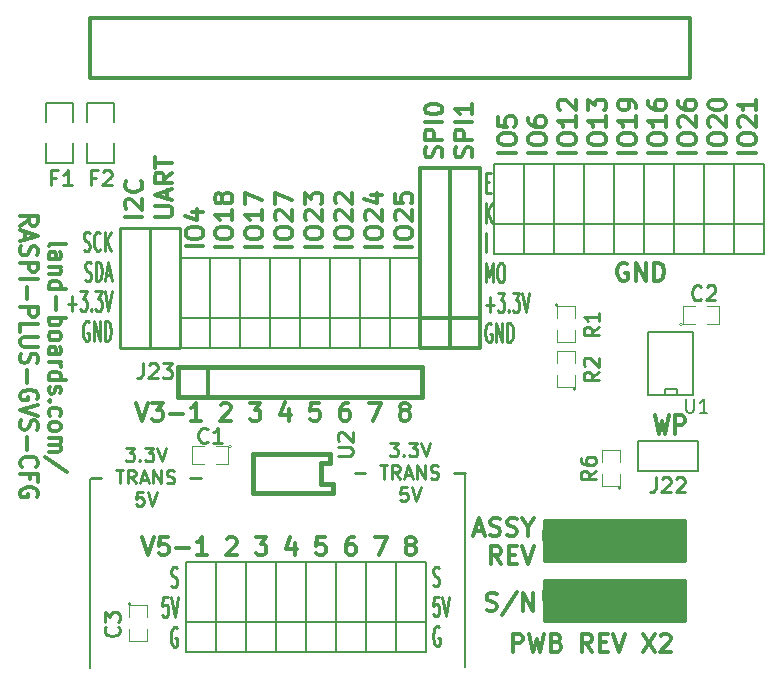
<source format=gto>
G04 (created by PCBNEW (2013-04-19 BZR 4011)-stable) date 25/09/2014 12:53:23*
%MOIN*%
G04 Gerber Fmt 3.4, Leading zero omitted, Abs format*
%FSLAX34Y34*%
G01*
G70*
G90*
G04 APERTURE LIST*
%ADD10C,0*%
%ADD11C,0.00875*%
%ADD12C,0.011811*%
%ADD13C,0.00787402*%
%ADD14C,0.01125*%
%ADD15C,0.012*%
%ADD16C,0.01*%
%ADD17C,0.006*%
%ADD18C,0.005*%
%ADD19C,0.025*%
%ADD20C,0.015*%
%ADD21C,0.0039*%
G04 APERTURE END LIST*
G54D10*
G54D11*
X43537Y-23567D02*
X43654Y-23567D01*
X43704Y-23907D02*
X43537Y-23907D01*
X43537Y-23257D01*
X43704Y-23257D01*
X43537Y-24905D02*
X43537Y-24255D01*
X43737Y-24905D02*
X43587Y-24533D01*
X43737Y-24255D02*
X43537Y-24626D01*
X43537Y-25902D02*
X43537Y-25252D01*
X43537Y-26900D02*
X43537Y-26250D01*
X43654Y-26714D01*
X43770Y-26250D01*
X43770Y-26900D01*
X44004Y-26250D02*
X44070Y-26250D01*
X44104Y-26281D01*
X44137Y-26342D01*
X44154Y-26466D01*
X44154Y-26683D01*
X44137Y-26807D01*
X44104Y-26869D01*
X44070Y-26900D01*
X44004Y-26900D01*
X43970Y-26869D01*
X43937Y-26807D01*
X43920Y-26683D01*
X43920Y-26466D01*
X43937Y-26342D01*
X43970Y-26281D01*
X44004Y-26250D01*
X43537Y-27649D02*
X43804Y-27649D01*
X43670Y-27897D02*
X43670Y-27402D01*
X43937Y-27247D02*
X44154Y-27247D01*
X44037Y-27495D01*
X44087Y-27495D01*
X44120Y-27526D01*
X44137Y-27557D01*
X44154Y-27619D01*
X44154Y-27773D01*
X44137Y-27835D01*
X44120Y-27866D01*
X44087Y-27897D01*
X43987Y-27897D01*
X43954Y-27866D01*
X43937Y-27835D01*
X44304Y-27835D02*
X44320Y-27866D01*
X44304Y-27897D01*
X44287Y-27866D01*
X44304Y-27835D01*
X44304Y-27897D01*
X44437Y-27247D02*
X44654Y-27247D01*
X44537Y-27495D01*
X44587Y-27495D01*
X44620Y-27526D01*
X44637Y-27557D01*
X44654Y-27619D01*
X44654Y-27773D01*
X44637Y-27835D01*
X44620Y-27866D01*
X44587Y-27897D01*
X44487Y-27897D01*
X44454Y-27866D01*
X44437Y-27835D01*
X44754Y-27247D02*
X44870Y-27897D01*
X44987Y-27247D01*
X43720Y-28276D02*
X43687Y-28245D01*
X43637Y-28245D01*
X43587Y-28276D01*
X43554Y-28337D01*
X43537Y-28399D01*
X43520Y-28523D01*
X43520Y-28616D01*
X43537Y-28740D01*
X43554Y-28802D01*
X43587Y-28864D01*
X43637Y-28895D01*
X43670Y-28895D01*
X43720Y-28864D01*
X43737Y-28833D01*
X43737Y-28616D01*
X43670Y-28616D01*
X43887Y-28895D02*
X43887Y-28245D01*
X44087Y-28895D01*
X44087Y-28245D01*
X44254Y-28895D02*
X44254Y-28245D01*
X44337Y-28245D01*
X44387Y-28276D01*
X44420Y-28337D01*
X44437Y-28399D01*
X44454Y-28523D01*
X44454Y-28616D01*
X44437Y-28740D01*
X44420Y-28802D01*
X44387Y-28864D01*
X44337Y-28895D01*
X44254Y-28895D01*
G54D12*
X48249Y-26276D02*
X48193Y-26248D01*
X48109Y-26248D01*
X48024Y-26276D01*
X47968Y-26332D01*
X47940Y-26389D01*
X47912Y-26501D01*
X47912Y-26585D01*
X47940Y-26698D01*
X47968Y-26754D01*
X48024Y-26810D01*
X48109Y-26839D01*
X48165Y-26839D01*
X48249Y-26810D01*
X48278Y-26782D01*
X48278Y-26585D01*
X48165Y-26585D01*
X48531Y-26839D02*
X48531Y-26248D01*
X48868Y-26839D01*
X48868Y-26248D01*
X49149Y-26839D02*
X49149Y-26248D01*
X49290Y-26248D01*
X49374Y-26276D01*
X49431Y-26332D01*
X49459Y-26389D01*
X49487Y-26501D01*
X49487Y-26585D01*
X49459Y-26698D01*
X49431Y-26754D01*
X49374Y-26810D01*
X49290Y-26839D01*
X49149Y-26839D01*
X32083Y-35398D02*
X32276Y-35989D01*
X32469Y-35398D01*
X32939Y-35398D02*
X32663Y-35398D01*
X32635Y-35679D01*
X32663Y-35651D01*
X32718Y-35623D01*
X32856Y-35623D01*
X32911Y-35651D01*
X32939Y-35679D01*
X32967Y-35735D01*
X32967Y-35876D01*
X32939Y-35932D01*
X32911Y-35960D01*
X32856Y-35989D01*
X32718Y-35989D01*
X32663Y-35960D01*
X32635Y-35932D01*
X33215Y-35764D02*
X33657Y-35764D01*
X34237Y-35989D02*
X33906Y-35989D01*
X34071Y-35989D02*
X34071Y-35398D01*
X34016Y-35482D01*
X33961Y-35539D01*
X33906Y-35567D01*
X34900Y-35454D02*
X34928Y-35426D01*
X34983Y-35398D01*
X35121Y-35398D01*
X35176Y-35426D01*
X35204Y-35454D01*
X35231Y-35510D01*
X35231Y-35567D01*
X35204Y-35651D01*
X34872Y-35989D01*
X35231Y-35989D01*
X35867Y-35398D02*
X36226Y-35398D01*
X36032Y-35623D01*
X36115Y-35623D01*
X36170Y-35651D01*
X36198Y-35679D01*
X36226Y-35735D01*
X36226Y-35876D01*
X36198Y-35932D01*
X36170Y-35960D01*
X36115Y-35989D01*
X35949Y-35989D01*
X35894Y-35960D01*
X35867Y-35932D01*
X37165Y-35595D02*
X37165Y-35989D01*
X37027Y-35370D02*
X36889Y-35792D01*
X37248Y-35792D01*
X38187Y-35398D02*
X37910Y-35398D01*
X37883Y-35679D01*
X37910Y-35651D01*
X37966Y-35623D01*
X38104Y-35623D01*
X38159Y-35651D01*
X38187Y-35679D01*
X38214Y-35735D01*
X38214Y-35876D01*
X38187Y-35932D01*
X38159Y-35960D01*
X38104Y-35989D01*
X37966Y-35989D01*
X37910Y-35960D01*
X37883Y-35932D01*
X39153Y-35398D02*
X39043Y-35398D01*
X38988Y-35426D01*
X38960Y-35454D01*
X38905Y-35539D01*
X38877Y-35651D01*
X38877Y-35876D01*
X38905Y-35932D01*
X38932Y-35960D01*
X38988Y-35989D01*
X39098Y-35989D01*
X39153Y-35960D01*
X39181Y-35932D01*
X39209Y-35876D01*
X39209Y-35735D01*
X39181Y-35679D01*
X39153Y-35651D01*
X39098Y-35623D01*
X38988Y-35623D01*
X38932Y-35651D01*
X38905Y-35679D01*
X38877Y-35735D01*
X39844Y-35398D02*
X40230Y-35398D01*
X39982Y-35989D01*
X40976Y-35651D02*
X40921Y-35623D01*
X40893Y-35595D01*
X40866Y-35539D01*
X40866Y-35510D01*
X40893Y-35454D01*
X40921Y-35426D01*
X40976Y-35398D01*
X41087Y-35398D01*
X41142Y-35426D01*
X41170Y-35454D01*
X41197Y-35510D01*
X41197Y-35539D01*
X41170Y-35595D01*
X41142Y-35623D01*
X41087Y-35651D01*
X40976Y-35651D01*
X40921Y-35679D01*
X40893Y-35707D01*
X40866Y-35764D01*
X40866Y-35876D01*
X40893Y-35932D01*
X40921Y-35960D01*
X40976Y-35989D01*
X41087Y-35989D01*
X41142Y-35960D01*
X41170Y-35932D01*
X41197Y-35876D01*
X41197Y-35764D01*
X41170Y-35707D01*
X41142Y-35679D01*
X41087Y-35651D01*
G54D13*
X30359Y-33436D02*
X30359Y-39736D01*
G54D14*
X40334Y-32248D02*
X40613Y-32248D01*
X40463Y-32420D01*
X40527Y-32420D01*
X40570Y-32441D01*
X40591Y-32462D01*
X40613Y-32505D01*
X40613Y-32612D01*
X40591Y-32655D01*
X40570Y-32677D01*
X40527Y-32698D01*
X40399Y-32698D01*
X40356Y-32677D01*
X40334Y-32655D01*
X40806Y-32655D02*
X40827Y-32677D01*
X40806Y-32698D01*
X40784Y-32677D01*
X40806Y-32655D01*
X40806Y-32698D01*
X40977Y-32248D02*
X41256Y-32248D01*
X41106Y-32420D01*
X41170Y-32420D01*
X41213Y-32441D01*
X41234Y-32462D01*
X41256Y-32505D01*
X41256Y-32612D01*
X41234Y-32655D01*
X41213Y-32677D01*
X41170Y-32698D01*
X41041Y-32698D01*
X40999Y-32677D01*
X40977Y-32655D01*
X41384Y-32248D02*
X41534Y-32698D01*
X41684Y-32248D01*
X39166Y-33269D02*
X39509Y-33269D01*
X40002Y-32991D02*
X40259Y-32991D01*
X40131Y-33441D02*
X40131Y-32991D01*
X40666Y-33441D02*
X40516Y-33226D01*
X40409Y-33441D02*
X40409Y-32991D01*
X40581Y-32991D01*
X40624Y-33012D01*
X40645Y-33034D01*
X40666Y-33076D01*
X40666Y-33141D01*
X40645Y-33184D01*
X40624Y-33205D01*
X40581Y-33226D01*
X40409Y-33226D01*
X40838Y-33312D02*
X41052Y-33312D01*
X40795Y-33441D02*
X40945Y-32991D01*
X41095Y-33441D01*
X41245Y-33441D02*
X41245Y-32991D01*
X41502Y-33441D01*
X41502Y-32991D01*
X41695Y-33419D02*
X41759Y-33441D01*
X41866Y-33441D01*
X41909Y-33419D01*
X41931Y-33398D01*
X41952Y-33355D01*
X41952Y-33312D01*
X41931Y-33269D01*
X41909Y-33248D01*
X41866Y-33226D01*
X41781Y-33205D01*
X41738Y-33184D01*
X41716Y-33162D01*
X41695Y-33119D01*
X41695Y-33076D01*
X41716Y-33034D01*
X41738Y-33012D01*
X41781Y-32991D01*
X41888Y-32991D01*
X41952Y-33012D01*
X42488Y-33269D02*
X42831Y-33269D01*
X40913Y-33733D02*
X40699Y-33733D01*
X40677Y-33947D01*
X40699Y-33926D01*
X40741Y-33905D01*
X40849Y-33905D01*
X40891Y-33926D01*
X40913Y-33947D01*
X40934Y-33990D01*
X40934Y-34097D01*
X40913Y-34140D01*
X40891Y-34162D01*
X40849Y-34183D01*
X40741Y-34183D01*
X40699Y-34162D01*
X40677Y-34140D01*
X41063Y-33733D02*
X41213Y-34183D01*
X41363Y-33733D01*
X31534Y-32408D02*
X31813Y-32408D01*
X31663Y-32580D01*
X31727Y-32580D01*
X31770Y-32601D01*
X31791Y-32622D01*
X31813Y-32665D01*
X31813Y-32772D01*
X31791Y-32815D01*
X31770Y-32837D01*
X31727Y-32858D01*
X31599Y-32858D01*
X31556Y-32837D01*
X31534Y-32815D01*
X32006Y-32815D02*
X32027Y-32837D01*
X32006Y-32858D01*
X31984Y-32837D01*
X32006Y-32815D01*
X32006Y-32858D01*
X32177Y-32408D02*
X32456Y-32408D01*
X32306Y-32580D01*
X32370Y-32580D01*
X32413Y-32601D01*
X32434Y-32622D01*
X32456Y-32665D01*
X32456Y-32772D01*
X32434Y-32815D01*
X32413Y-32837D01*
X32370Y-32858D01*
X32241Y-32858D01*
X32199Y-32837D01*
X32177Y-32815D01*
X32584Y-32408D02*
X32734Y-32858D01*
X32884Y-32408D01*
X30366Y-33429D02*
X30709Y-33429D01*
X31202Y-33151D02*
X31459Y-33151D01*
X31331Y-33601D02*
X31331Y-33151D01*
X31866Y-33601D02*
X31716Y-33386D01*
X31609Y-33601D02*
X31609Y-33151D01*
X31781Y-33151D01*
X31824Y-33172D01*
X31845Y-33194D01*
X31866Y-33236D01*
X31866Y-33301D01*
X31845Y-33344D01*
X31824Y-33365D01*
X31781Y-33386D01*
X31609Y-33386D01*
X32038Y-33472D02*
X32252Y-33472D01*
X31995Y-33601D02*
X32145Y-33151D01*
X32295Y-33601D01*
X32445Y-33601D02*
X32445Y-33151D01*
X32702Y-33601D01*
X32702Y-33151D01*
X32895Y-33579D02*
X32959Y-33601D01*
X33066Y-33601D01*
X33109Y-33579D01*
X33131Y-33558D01*
X33152Y-33515D01*
X33152Y-33472D01*
X33131Y-33429D01*
X33109Y-33408D01*
X33066Y-33386D01*
X32981Y-33365D01*
X32938Y-33344D01*
X32916Y-33322D01*
X32895Y-33279D01*
X32895Y-33236D01*
X32916Y-33194D01*
X32938Y-33172D01*
X32981Y-33151D01*
X33088Y-33151D01*
X33152Y-33172D01*
X33688Y-33429D02*
X34031Y-33429D01*
X32113Y-33893D02*
X31899Y-33893D01*
X31877Y-34107D01*
X31899Y-34086D01*
X31941Y-34065D01*
X32049Y-34065D01*
X32091Y-34086D01*
X32113Y-34107D01*
X32134Y-34150D01*
X32134Y-34257D01*
X32113Y-34300D01*
X32091Y-34322D01*
X32049Y-34343D01*
X31941Y-34343D01*
X31899Y-34322D01*
X31877Y-34300D01*
X32263Y-33893D02*
X32413Y-34343D01*
X32563Y-33893D01*
G54D12*
X31884Y-30915D02*
X32077Y-31505D01*
X32270Y-30915D01*
X32409Y-30915D02*
X32768Y-30915D01*
X32574Y-31139D01*
X32657Y-31139D01*
X32712Y-31168D01*
X32740Y-31196D01*
X32768Y-31252D01*
X32768Y-31393D01*
X32740Y-31449D01*
X32712Y-31477D01*
X32657Y-31505D01*
X32491Y-31505D01*
X32436Y-31477D01*
X32409Y-31449D01*
X33016Y-31280D02*
X33458Y-31280D01*
X34038Y-31505D02*
X33707Y-31505D01*
X33872Y-31505D02*
X33872Y-30915D01*
X33817Y-30999D01*
X33762Y-31055D01*
X33707Y-31083D01*
X34701Y-30971D02*
X34729Y-30943D01*
X34784Y-30915D01*
X34922Y-30915D01*
X34977Y-30943D01*
X35005Y-30971D01*
X35032Y-31027D01*
X35032Y-31083D01*
X35005Y-31168D01*
X34673Y-31505D01*
X35032Y-31505D01*
X35668Y-30915D02*
X36027Y-30915D01*
X35833Y-31139D01*
X35916Y-31139D01*
X35971Y-31168D01*
X35999Y-31196D01*
X36027Y-31252D01*
X36027Y-31393D01*
X35999Y-31449D01*
X35971Y-31477D01*
X35916Y-31505D01*
X35750Y-31505D01*
X35695Y-31477D01*
X35668Y-31449D01*
X36966Y-31111D02*
X36966Y-31505D01*
X36828Y-30886D02*
X36690Y-31308D01*
X37049Y-31308D01*
X37988Y-30915D02*
X37711Y-30915D01*
X37684Y-31196D01*
X37711Y-31168D01*
X37767Y-31139D01*
X37905Y-31139D01*
X37960Y-31168D01*
X37988Y-31196D01*
X38015Y-31252D01*
X38015Y-31393D01*
X37988Y-31449D01*
X37960Y-31477D01*
X37905Y-31505D01*
X37767Y-31505D01*
X37711Y-31477D01*
X37684Y-31449D01*
X38954Y-30915D02*
X38844Y-30915D01*
X38789Y-30943D01*
X38761Y-30971D01*
X38706Y-31055D01*
X38678Y-31168D01*
X38678Y-31393D01*
X38706Y-31449D01*
X38733Y-31477D01*
X38789Y-31505D01*
X38899Y-31505D01*
X38954Y-31477D01*
X38982Y-31449D01*
X39010Y-31393D01*
X39010Y-31252D01*
X38982Y-31196D01*
X38954Y-31168D01*
X38899Y-31139D01*
X38789Y-31139D01*
X38733Y-31168D01*
X38706Y-31196D01*
X38678Y-31252D01*
X39645Y-30915D02*
X40031Y-30915D01*
X39783Y-31505D01*
X40777Y-31168D02*
X40722Y-31139D01*
X40694Y-31111D01*
X40667Y-31055D01*
X40667Y-31027D01*
X40694Y-30971D01*
X40722Y-30943D01*
X40777Y-30915D01*
X40888Y-30915D01*
X40943Y-30943D01*
X40970Y-30971D01*
X40998Y-31027D01*
X40998Y-31055D01*
X40970Y-31111D01*
X40943Y-31139D01*
X40888Y-31168D01*
X40777Y-31168D01*
X40722Y-31196D01*
X40694Y-31224D01*
X40667Y-31280D01*
X40667Y-31393D01*
X40694Y-31449D01*
X40722Y-31477D01*
X40777Y-31505D01*
X40888Y-31505D01*
X40943Y-31477D01*
X40970Y-31449D01*
X40998Y-31393D01*
X40998Y-31280D01*
X40970Y-31224D01*
X40943Y-31196D01*
X40888Y-31168D01*
G54D13*
X42859Y-39716D02*
X42859Y-33266D01*
G54D11*
X41786Y-36992D02*
X41836Y-37023D01*
X41920Y-37023D01*
X41953Y-36992D01*
X41970Y-36961D01*
X41986Y-36899D01*
X41986Y-36837D01*
X41970Y-36775D01*
X41953Y-36744D01*
X41920Y-36713D01*
X41853Y-36682D01*
X41820Y-36651D01*
X41803Y-36620D01*
X41786Y-36558D01*
X41786Y-36496D01*
X41803Y-36435D01*
X41820Y-36404D01*
X41853Y-36373D01*
X41936Y-36373D01*
X41986Y-36404D01*
X41970Y-37370D02*
X41803Y-37370D01*
X41786Y-37680D01*
X41803Y-37649D01*
X41836Y-37618D01*
X41920Y-37618D01*
X41953Y-37649D01*
X41970Y-37680D01*
X41986Y-37742D01*
X41986Y-37896D01*
X41970Y-37958D01*
X41953Y-37989D01*
X41920Y-38020D01*
X41836Y-38020D01*
X41803Y-37989D01*
X41786Y-37958D01*
X42086Y-37370D02*
X42203Y-38020D01*
X42320Y-37370D01*
X41986Y-38399D02*
X41953Y-38368D01*
X41903Y-38368D01*
X41853Y-38399D01*
X41820Y-38460D01*
X41803Y-38522D01*
X41786Y-38646D01*
X41786Y-38739D01*
X41803Y-38863D01*
X41820Y-38925D01*
X41853Y-38987D01*
X41903Y-39018D01*
X41936Y-39018D01*
X41986Y-38987D01*
X42003Y-38956D01*
X42003Y-38739D01*
X41936Y-38739D01*
X33053Y-37012D02*
X33103Y-37043D01*
X33186Y-37043D01*
X33220Y-37012D01*
X33236Y-36981D01*
X33253Y-36919D01*
X33253Y-36857D01*
X33236Y-36795D01*
X33220Y-36764D01*
X33186Y-36733D01*
X33120Y-36702D01*
X33086Y-36671D01*
X33070Y-36640D01*
X33053Y-36578D01*
X33053Y-36516D01*
X33070Y-36455D01*
X33086Y-36424D01*
X33120Y-36393D01*
X33203Y-36393D01*
X33253Y-36424D01*
X32936Y-37390D02*
X32770Y-37390D01*
X32753Y-37700D01*
X32770Y-37669D01*
X32803Y-37638D01*
X32886Y-37638D01*
X32920Y-37669D01*
X32936Y-37700D01*
X32953Y-37762D01*
X32953Y-37916D01*
X32936Y-37978D01*
X32920Y-38009D01*
X32886Y-38040D01*
X32803Y-38040D01*
X32770Y-38009D01*
X32753Y-37978D01*
X33053Y-37390D02*
X33170Y-38040D01*
X33286Y-37390D01*
X33236Y-38419D02*
X33203Y-38388D01*
X33153Y-38388D01*
X33103Y-38419D01*
X33070Y-38480D01*
X33053Y-38542D01*
X33036Y-38666D01*
X33036Y-38759D01*
X33053Y-38883D01*
X33070Y-38945D01*
X33103Y-39007D01*
X33153Y-39038D01*
X33186Y-39038D01*
X33236Y-39007D01*
X33253Y-38976D01*
X33253Y-38759D01*
X33186Y-38759D01*
G54D15*
X49178Y-31327D02*
X49309Y-31952D01*
X49414Y-31506D01*
X49519Y-31952D01*
X49650Y-31327D01*
X49859Y-31952D02*
X49859Y-31327D01*
X50069Y-31327D01*
X50121Y-31357D01*
X50147Y-31387D01*
X50173Y-31447D01*
X50173Y-31536D01*
X50147Y-31595D01*
X50121Y-31625D01*
X50069Y-31655D01*
X49859Y-31655D01*
G54D12*
X51548Y-22575D02*
X50957Y-22575D01*
X50957Y-22182D02*
X50957Y-22069D01*
X50985Y-22013D01*
X51041Y-21957D01*
X51154Y-21929D01*
X51351Y-21929D01*
X51463Y-21957D01*
X51519Y-22013D01*
X51548Y-22069D01*
X51548Y-22182D01*
X51519Y-22238D01*
X51463Y-22294D01*
X51351Y-22322D01*
X51154Y-22322D01*
X51041Y-22294D01*
X50985Y-22238D01*
X50957Y-22182D01*
X51013Y-21704D02*
X50985Y-21676D01*
X50957Y-21619D01*
X50957Y-21479D01*
X50985Y-21422D01*
X51013Y-21394D01*
X51070Y-21366D01*
X51126Y-21366D01*
X51210Y-21394D01*
X51548Y-21732D01*
X51548Y-21366D01*
X50957Y-21001D02*
X50957Y-20944D01*
X50985Y-20888D01*
X51013Y-20860D01*
X51070Y-20832D01*
X51182Y-20804D01*
X51323Y-20804D01*
X51435Y-20832D01*
X51491Y-20860D01*
X51519Y-20888D01*
X51548Y-20944D01*
X51548Y-21001D01*
X51519Y-21057D01*
X51491Y-21085D01*
X51435Y-21113D01*
X51323Y-21141D01*
X51182Y-21141D01*
X51070Y-21113D01*
X51013Y-21085D01*
X50985Y-21057D01*
X50957Y-21001D01*
X49548Y-22575D02*
X48957Y-22575D01*
X48957Y-22182D02*
X48957Y-22069D01*
X48985Y-22013D01*
X49041Y-21957D01*
X49154Y-21929D01*
X49351Y-21929D01*
X49463Y-21957D01*
X49519Y-22013D01*
X49548Y-22069D01*
X49548Y-22182D01*
X49519Y-22238D01*
X49463Y-22294D01*
X49351Y-22322D01*
X49154Y-22322D01*
X49041Y-22294D01*
X48985Y-22238D01*
X48957Y-22182D01*
X49548Y-21366D02*
X49548Y-21704D01*
X49548Y-21535D02*
X48957Y-21535D01*
X49041Y-21591D01*
X49098Y-21647D01*
X49126Y-21704D01*
X48957Y-20860D02*
X48957Y-20973D01*
X48985Y-21029D01*
X49013Y-21057D01*
X49098Y-21113D01*
X49210Y-21141D01*
X49435Y-21141D01*
X49491Y-21113D01*
X49519Y-21085D01*
X49548Y-21029D01*
X49548Y-20916D01*
X49519Y-20860D01*
X49491Y-20832D01*
X49435Y-20804D01*
X49294Y-20804D01*
X49238Y-20832D01*
X49210Y-20860D01*
X49182Y-20916D01*
X49182Y-21029D01*
X49210Y-21085D01*
X49238Y-21113D01*
X49294Y-21141D01*
X46548Y-22575D02*
X45957Y-22575D01*
X45957Y-22182D02*
X45957Y-22069D01*
X45985Y-22013D01*
X46041Y-21957D01*
X46154Y-21929D01*
X46351Y-21929D01*
X46463Y-21957D01*
X46519Y-22013D01*
X46548Y-22069D01*
X46548Y-22182D01*
X46519Y-22238D01*
X46463Y-22294D01*
X46351Y-22322D01*
X46154Y-22322D01*
X46041Y-22294D01*
X45985Y-22238D01*
X45957Y-22182D01*
X46548Y-21366D02*
X46548Y-21704D01*
X46548Y-21535D02*
X45957Y-21535D01*
X46041Y-21591D01*
X46098Y-21647D01*
X46126Y-21704D01*
X46013Y-21141D02*
X45985Y-21113D01*
X45957Y-21057D01*
X45957Y-20916D01*
X45985Y-20860D01*
X46013Y-20832D01*
X46070Y-20804D01*
X46126Y-20804D01*
X46210Y-20832D01*
X46548Y-21169D01*
X46548Y-20804D01*
X52548Y-22575D02*
X51957Y-22575D01*
X51957Y-22182D02*
X51957Y-22069D01*
X51985Y-22013D01*
X52041Y-21957D01*
X52154Y-21929D01*
X52351Y-21929D01*
X52463Y-21957D01*
X52519Y-22013D01*
X52548Y-22069D01*
X52548Y-22182D01*
X52519Y-22238D01*
X52463Y-22294D01*
X52351Y-22322D01*
X52154Y-22322D01*
X52041Y-22294D01*
X51985Y-22238D01*
X51957Y-22182D01*
X52013Y-21704D02*
X51985Y-21676D01*
X51957Y-21619D01*
X51957Y-21479D01*
X51985Y-21422D01*
X52013Y-21394D01*
X52070Y-21366D01*
X52126Y-21366D01*
X52210Y-21394D01*
X52548Y-21732D01*
X52548Y-21366D01*
X52548Y-20804D02*
X52548Y-21141D01*
X52548Y-20973D02*
X51957Y-20973D01*
X52041Y-21029D01*
X52098Y-21085D01*
X52126Y-21141D01*
X50548Y-22575D02*
X49957Y-22575D01*
X49957Y-22182D02*
X49957Y-22069D01*
X49985Y-22013D01*
X50041Y-21957D01*
X50154Y-21929D01*
X50351Y-21929D01*
X50463Y-21957D01*
X50519Y-22013D01*
X50548Y-22069D01*
X50548Y-22182D01*
X50519Y-22238D01*
X50463Y-22294D01*
X50351Y-22322D01*
X50154Y-22322D01*
X50041Y-22294D01*
X49985Y-22238D01*
X49957Y-22182D01*
X50013Y-21704D02*
X49985Y-21676D01*
X49957Y-21619D01*
X49957Y-21479D01*
X49985Y-21422D01*
X50013Y-21394D01*
X50070Y-21366D01*
X50126Y-21366D01*
X50210Y-21394D01*
X50548Y-21732D01*
X50548Y-21366D01*
X49957Y-20860D02*
X49957Y-20973D01*
X49985Y-21029D01*
X50013Y-21057D01*
X50098Y-21113D01*
X50210Y-21141D01*
X50435Y-21141D01*
X50491Y-21113D01*
X50519Y-21085D01*
X50548Y-21029D01*
X50548Y-20916D01*
X50519Y-20860D01*
X50491Y-20832D01*
X50435Y-20804D01*
X50294Y-20804D01*
X50238Y-20832D01*
X50210Y-20860D01*
X50182Y-20916D01*
X50182Y-21029D01*
X50210Y-21085D01*
X50238Y-21113D01*
X50294Y-21141D01*
X48548Y-22575D02*
X47957Y-22575D01*
X47957Y-22182D02*
X47957Y-22069D01*
X47985Y-22013D01*
X48041Y-21957D01*
X48154Y-21929D01*
X48351Y-21929D01*
X48463Y-21957D01*
X48519Y-22013D01*
X48548Y-22069D01*
X48548Y-22182D01*
X48519Y-22238D01*
X48463Y-22294D01*
X48351Y-22322D01*
X48154Y-22322D01*
X48041Y-22294D01*
X47985Y-22238D01*
X47957Y-22182D01*
X48548Y-21366D02*
X48548Y-21704D01*
X48548Y-21535D02*
X47957Y-21535D01*
X48041Y-21591D01*
X48098Y-21647D01*
X48126Y-21704D01*
X48548Y-21085D02*
X48548Y-20973D01*
X48519Y-20916D01*
X48491Y-20888D01*
X48407Y-20832D01*
X48294Y-20804D01*
X48070Y-20804D01*
X48013Y-20832D01*
X47985Y-20860D01*
X47957Y-20916D01*
X47957Y-21029D01*
X47985Y-21085D01*
X48013Y-21113D01*
X48070Y-21141D01*
X48210Y-21141D01*
X48266Y-21113D01*
X48294Y-21085D01*
X48323Y-21029D01*
X48323Y-20916D01*
X48294Y-20860D01*
X48266Y-20832D01*
X48210Y-20804D01*
X47548Y-22575D02*
X46957Y-22575D01*
X46957Y-22182D02*
X46957Y-22069D01*
X46985Y-22013D01*
X47041Y-21957D01*
X47154Y-21929D01*
X47351Y-21929D01*
X47463Y-21957D01*
X47519Y-22013D01*
X47548Y-22069D01*
X47548Y-22182D01*
X47519Y-22238D01*
X47463Y-22294D01*
X47351Y-22322D01*
X47154Y-22322D01*
X47041Y-22294D01*
X46985Y-22238D01*
X46957Y-22182D01*
X47548Y-21366D02*
X47548Y-21704D01*
X47548Y-21535D02*
X46957Y-21535D01*
X47041Y-21591D01*
X47098Y-21647D01*
X47126Y-21704D01*
X46957Y-21169D02*
X46957Y-20804D01*
X47182Y-21001D01*
X47182Y-20916D01*
X47210Y-20860D01*
X47238Y-20832D01*
X47294Y-20804D01*
X47435Y-20804D01*
X47491Y-20832D01*
X47519Y-20860D01*
X47548Y-20916D01*
X47548Y-21085D01*
X47519Y-21141D01*
X47491Y-21169D01*
X45548Y-22575D02*
X44957Y-22575D01*
X44957Y-22182D02*
X44957Y-22069D01*
X44985Y-22013D01*
X45041Y-21957D01*
X45154Y-21929D01*
X45351Y-21929D01*
X45463Y-21957D01*
X45519Y-22013D01*
X45548Y-22069D01*
X45548Y-22182D01*
X45519Y-22238D01*
X45463Y-22294D01*
X45351Y-22322D01*
X45154Y-22322D01*
X45041Y-22294D01*
X44985Y-22238D01*
X44957Y-22182D01*
X44957Y-21422D02*
X44957Y-21535D01*
X44985Y-21591D01*
X45013Y-21619D01*
X45098Y-21676D01*
X45210Y-21704D01*
X45435Y-21704D01*
X45491Y-21676D01*
X45519Y-21647D01*
X45548Y-21591D01*
X45548Y-21479D01*
X45519Y-21422D01*
X45491Y-21394D01*
X45435Y-21366D01*
X45294Y-21366D01*
X45238Y-21394D01*
X45210Y-21422D01*
X45182Y-21479D01*
X45182Y-21591D01*
X45210Y-21647D01*
X45238Y-21676D01*
X45294Y-21704D01*
X44548Y-22575D02*
X43957Y-22575D01*
X43957Y-22182D02*
X43957Y-22069D01*
X43985Y-22013D01*
X44041Y-21957D01*
X44154Y-21929D01*
X44351Y-21929D01*
X44463Y-21957D01*
X44519Y-22013D01*
X44548Y-22069D01*
X44548Y-22182D01*
X44519Y-22238D01*
X44463Y-22294D01*
X44351Y-22322D01*
X44154Y-22322D01*
X44041Y-22294D01*
X43985Y-22238D01*
X43957Y-22182D01*
X43957Y-21394D02*
X43957Y-21676D01*
X44238Y-21704D01*
X44210Y-21676D01*
X44182Y-21619D01*
X44182Y-21479D01*
X44210Y-21422D01*
X44238Y-21394D01*
X44294Y-21366D01*
X44435Y-21366D01*
X44491Y-21394D01*
X44519Y-21422D01*
X44548Y-21479D01*
X44548Y-21619D01*
X44519Y-21676D01*
X44491Y-21704D01*
X40093Y-25703D02*
X39502Y-25703D01*
X39502Y-25310D02*
X39502Y-25197D01*
X39530Y-25141D01*
X39587Y-25085D01*
X39699Y-25057D01*
X39896Y-25057D01*
X40008Y-25085D01*
X40065Y-25141D01*
X40093Y-25197D01*
X40093Y-25310D01*
X40065Y-25366D01*
X40008Y-25422D01*
X39896Y-25450D01*
X39699Y-25450D01*
X39587Y-25422D01*
X39530Y-25366D01*
X39502Y-25310D01*
X39559Y-24832D02*
X39530Y-24803D01*
X39502Y-24747D01*
X39502Y-24607D01*
X39530Y-24550D01*
X39559Y-24522D01*
X39615Y-24494D01*
X39671Y-24494D01*
X39755Y-24522D01*
X40093Y-24860D01*
X40093Y-24494D01*
X39699Y-23988D02*
X40093Y-23988D01*
X39474Y-24129D02*
X39896Y-24269D01*
X39896Y-23904D01*
X34123Y-25700D02*
X33532Y-25700D01*
X33532Y-25307D02*
X33532Y-25194D01*
X33560Y-25138D01*
X33616Y-25082D01*
X33729Y-25054D01*
X33926Y-25054D01*
X34038Y-25082D01*
X34094Y-25138D01*
X34123Y-25194D01*
X34123Y-25307D01*
X34094Y-25363D01*
X34038Y-25419D01*
X33926Y-25447D01*
X33729Y-25447D01*
X33616Y-25419D01*
X33560Y-25363D01*
X33532Y-25307D01*
X33729Y-24547D02*
X34123Y-24547D01*
X33504Y-24688D02*
X33926Y-24829D01*
X33926Y-24463D01*
X44443Y-39205D02*
X44443Y-38615D01*
X44668Y-38615D01*
X44724Y-38643D01*
X44753Y-38671D01*
X44781Y-38727D01*
X44781Y-38811D01*
X44753Y-38868D01*
X44724Y-38896D01*
X44668Y-38924D01*
X44443Y-38924D01*
X44978Y-38615D02*
X45118Y-39205D01*
X45231Y-38783D01*
X45343Y-39205D01*
X45484Y-38615D01*
X45906Y-38896D02*
X45990Y-38924D01*
X46018Y-38952D01*
X46046Y-39008D01*
X46046Y-39093D01*
X46018Y-39149D01*
X45990Y-39177D01*
X45934Y-39205D01*
X45709Y-39205D01*
X45709Y-38615D01*
X45906Y-38615D01*
X45962Y-38643D01*
X45990Y-38671D01*
X46018Y-38727D01*
X46018Y-38783D01*
X45990Y-38839D01*
X45962Y-38868D01*
X45906Y-38896D01*
X45709Y-38896D01*
X47087Y-39205D02*
X46890Y-38924D01*
X46749Y-39205D02*
X46749Y-38615D01*
X46974Y-38615D01*
X47030Y-38643D01*
X47059Y-38671D01*
X47087Y-38727D01*
X47087Y-38811D01*
X47059Y-38868D01*
X47030Y-38896D01*
X46974Y-38924D01*
X46749Y-38924D01*
X47340Y-38896D02*
X47537Y-38896D01*
X47621Y-39205D02*
X47340Y-39205D01*
X47340Y-38615D01*
X47621Y-38615D01*
X47790Y-38615D02*
X47987Y-39205D01*
X48183Y-38615D01*
X48774Y-38615D02*
X49168Y-39205D01*
X49168Y-38615D02*
X48774Y-39205D01*
X49365Y-38671D02*
X49393Y-38643D01*
X49449Y-38615D01*
X49589Y-38615D01*
X49646Y-38643D01*
X49674Y-38671D01*
X49702Y-38727D01*
X49702Y-38783D01*
X49674Y-38868D01*
X49336Y-39205D01*
X49702Y-39205D01*
X43175Y-35170D02*
X43456Y-35170D01*
X43119Y-35339D02*
X43315Y-34748D01*
X43512Y-35339D01*
X43681Y-35310D02*
X43765Y-35339D01*
X43906Y-35339D01*
X43962Y-35310D01*
X43990Y-35282D01*
X44018Y-35226D01*
X44018Y-35170D01*
X43990Y-35114D01*
X43962Y-35085D01*
X43906Y-35057D01*
X43793Y-35029D01*
X43737Y-35001D01*
X43709Y-34973D01*
X43681Y-34917D01*
X43681Y-34860D01*
X43709Y-34804D01*
X43737Y-34776D01*
X43793Y-34748D01*
X43934Y-34748D01*
X44018Y-34776D01*
X44243Y-35310D02*
X44328Y-35339D01*
X44468Y-35339D01*
X44525Y-35310D01*
X44553Y-35282D01*
X44581Y-35226D01*
X44581Y-35170D01*
X44553Y-35114D01*
X44525Y-35085D01*
X44468Y-35057D01*
X44356Y-35029D01*
X44300Y-35001D01*
X44271Y-34973D01*
X44243Y-34917D01*
X44243Y-34860D01*
X44271Y-34804D01*
X44300Y-34776D01*
X44356Y-34748D01*
X44496Y-34748D01*
X44581Y-34776D01*
X44946Y-35057D02*
X44946Y-35339D01*
X44750Y-34748D02*
X44946Y-35057D01*
X45143Y-34748D01*
X44047Y-36283D02*
X43850Y-36002D01*
X43709Y-36283D02*
X43709Y-35693D01*
X43934Y-35693D01*
X43990Y-35721D01*
X44018Y-35749D01*
X44047Y-35805D01*
X44047Y-35890D01*
X44018Y-35946D01*
X43990Y-35974D01*
X43934Y-36002D01*
X43709Y-36002D01*
X44300Y-35974D02*
X44496Y-35974D01*
X44581Y-36283D02*
X44300Y-36283D01*
X44300Y-35693D01*
X44581Y-35693D01*
X44750Y-35693D02*
X44946Y-36283D01*
X45143Y-35693D01*
X43562Y-37810D02*
X43646Y-37839D01*
X43787Y-37839D01*
X43843Y-37810D01*
X43871Y-37782D01*
X43900Y-37726D01*
X43900Y-37670D01*
X43871Y-37614D01*
X43843Y-37585D01*
X43787Y-37557D01*
X43675Y-37529D01*
X43618Y-37501D01*
X43590Y-37473D01*
X43562Y-37417D01*
X43562Y-37360D01*
X43590Y-37304D01*
X43618Y-37276D01*
X43675Y-37248D01*
X43815Y-37248D01*
X43900Y-37276D01*
X44574Y-37220D02*
X44068Y-37979D01*
X44771Y-37839D02*
X44771Y-37248D01*
X45109Y-37839D01*
X45109Y-37248D01*
G54D11*
X30137Y-25826D02*
X30187Y-25857D01*
X30270Y-25857D01*
X30304Y-25826D01*
X30320Y-25795D01*
X30337Y-25733D01*
X30337Y-25671D01*
X30320Y-25609D01*
X30304Y-25579D01*
X30270Y-25548D01*
X30204Y-25517D01*
X30170Y-25486D01*
X30154Y-25455D01*
X30137Y-25393D01*
X30137Y-25331D01*
X30154Y-25269D01*
X30170Y-25238D01*
X30204Y-25207D01*
X30287Y-25207D01*
X30337Y-25238D01*
X30687Y-25795D02*
X30670Y-25826D01*
X30620Y-25857D01*
X30587Y-25857D01*
X30537Y-25826D01*
X30504Y-25764D01*
X30487Y-25702D01*
X30470Y-25579D01*
X30470Y-25486D01*
X30487Y-25362D01*
X30504Y-25300D01*
X30537Y-25238D01*
X30587Y-25207D01*
X30620Y-25207D01*
X30670Y-25238D01*
X30687Y-25269D01*
X30837Y-25857D02*
X30837Y-25207D01*
X31037Y-25857D02*
X30887Y-25486D01*
X31037Y-25207D02*
X30837Y-25579D01*
X30187Y-26824D02*
X30237Y-26855D01*
X30320Y-26855D01*
X30354Y-26824D01*
X30370Y-26793D01*
X30387Y-26731D01*
X30387Y-26669D01*
X30370Y-26607D01*
X30354Y-26576D01*
X30320Y-26545D01*
X30254Y-26514D01*
X30220Y-26483D01*
X30204Y-26452D01*
X30187Y-26390D01*
X30187Y-26328D01*
X30204Y-26266D01*
X30220Y-26236D01*
X30254Y-26205D01*
X30337Y-26205D01*
X30387Y-26236D01*
X30537Y-26855D02*
X30537Y-26205D01*
X30620Y-26205D01*
X30670Y-26236D01*
X30704Y-26297D01*
X30720Y-26359D01*
X30737Y-26483D01*
X30737Y-26576D01*
X30720Y-26700D01*
X30704Y-26762D01*
X30670Y-26824D01*
X30620Y-26855D01*
X30537Y-26855D01*
X30870Y-26669D02*
X31037Y-26669D01*
X30837Y-26855D02*
X30954Y-26205D01*
X31070Y-26855D01*
X29620Y-27604D02*
X29887Y-27604D01*
X29754Y-27852D02*
X29754Y-27357D01*
X30020Y-27202D02*
X30237Y-27202D01*
X30120Y-27450D01*
X30170Y-27450D01*
X30204Y-27481D01*
X30220Y-27512D01*
X30237Y-27574D01*
X30237Y-27728D01*
X30220Y-27790D01*
X30204Y-27821D01*
X30170Y-27852D01*
X30070Y-27852D01*
X30037Y-27821D01*
X30020Y-27790D01*
X30387Y-27790D02*
X30404Y-27821D01*
X30387Y-27852D01*
X30370Y-27821D01*
X30387Y-27790D01*
X30387Y-27852D01*
X30520Y-27202D02*
X30737Y-27202D01*
X30620Y-27450D01*
X30670Y-27450D01*
X30704Y-27481D01*
X30720Y-27512D01*
X30737Y-27574D01*
X30737Y-27728D01*
X30720Y-27790D01*
X30704Y-27821D01*
X30670Y-27852D01*
X30570Y-27852D01*
X30537Y-27821D01*
X30520Y-27790D01*
X30837Y-27202D02*
X30954Y-27852D01*
X31070Y-27202D01*
X30304Y-28231D02*
X30270Y-28200D01*
X30220Y-28200D01*
X30170Y-28231D01*
X30137Y-28292D01*
X30120Y-28354D01*
X30104Y-28478D01*
X30104Y-28571D01*
X30120Y-28695D01*
X30137Y-28757D01*
X30170Y-28819D01*
X30220Y-28850D01*
X30254Y-28850D01*
X30304Y-28819D01*
X30320Y-28788D01*
X30320Y-28571D01*
X30254Y-28571D01*
X30470Y-28850D02*
X30470Y-28200D01*
X30670Y-28850D01*
X30670Y-28200D01*
X30837Y-28850D02*
X30837Y-28200D01*
X30920Y-28200D01*
X30970Y-28231D01*
X31004Y-28292D01*
X31020Y-28354D01*
X31037Y-28478D01*
X31037Y-28571D01*
X31020Y-28695D01*
X31004Y-28757D01*
X30970Y-28819D01*
X30920Y-28850D01*
X30837Y-28850D01*
G54D12*
X28970Y-25686D02*
X28998Y-25634D01*
X29054Y-25608D01*
X29560Y-25608D01*
X28970Y-26132D02*
X29279Y-26132D01*
X29335Y-26105D01*
X29363Y-26053D01*
X29363Y-25948D01*
X29335Y-25896D01*
X28998Y-26132D02*
X28970Y-26079D01*
X28970Y-25948D01*
X28998Y-25896D01*
X29054Y-25870D01*
X29110Y-25870D01*
X29166Y-25896D01*
X29194Y-25948D01*
X29194Y-26079D01*
X29223Y-26132D01*
X29363Y-26393D02*
X28970Y-26393D01*
X29307Y-26393D02*
X29335Y-26420D01*
X29363Y-26472D01*
X29363Y-26551D01*
X29335Y-26603D01*
X29279Y-26629D01*
X28970Y-26629D01*
X28970Y-27127D02*
X29560Y-27127D01*
X28998Y-27127D02*
X28970Y-27074D01*
X28970Y-26970D01*
X28998Y-26917D01*
X29026Y-26891D01*
X29082Y-26865D01*
X29251Y-26865D01*
X29307Y-26891D01*
X29335Y-26917D01*
X29363Y-26970D01*
X29363Y-27074D01*
X29335Y-27127D01*
X29194Y-27389D02*
X29194Y-27808D01*
X28970Y-28070D02*
X29560Y-28070D01*
X29335Y-28070D02*
X29363Y-28122D01*
X29363Y-28227D01*
X29335Y-28279D01*
X29307Y-28305D01*
X29251Y-28332D01*
X29082Y-28332D01*
X29026Y-28305D01*
X28998Y-28279D01*
X28970Y-28227D01*
X28970Y-28122D01*
X28998Y-28070D01*
X28970Y-28646D02*
X28998Y-28593D01*
X29026Y-28567D01*
X29082Y-28541D01*
X29251Y-28541D01*
X29307Y-28567D01*
X29335Y-28593D01*
X29363Y-28646D01*
X29363Y-28724D01*
X29335Y-28777D01*
X29307Y-28803D01*
X29251Y-28829D01*
X29082Y-28829D01*
X29026Y-28803D01*
X28998Y-28777D01*
X28970Y-28724D01*
X28970Y-28646D01*
X28970Y-29301D02*
X29279Y-29301D01*
X29335Y-29274D01*
X29363Y-29222D01*
X29363Y-29117D01*
X29335Y-29065D01*
X28998Y-29301D02*
X28970Y-29248D01*
X28970Y-29117D01*
X28998Y-29065D01*
X29054Y-29039D01*
X29110Y-29039D01*
X29166Y-29065D01*
X29194Y-29117D01*
X29194Y-29248D01*
X29223Y-29301D01*
X28970Y-29562D02*
X29363Y-29562D01*
X29251Y-29562D02*
X29307Y-29589D01*
X29335Y-29615D01*
X29363Y-29667D01*
X29363Y-29720D01*
X28970Y-30139D02*
X29560Y-30139D01*
X28998Y-30139D02*
X28970Y-30086D01*
X28970Y-29982D01*
X28998Y-29929D01*
X29026Y-29903D01*
X29082Y-29877D01*
X29251Y-29877D01*
X29307Y-29903D01*
X29335Y-29929D01*
X29363Y-29982D01*
X29363Y-30086D01*
X29335Y-30139D01*
X28998Y-30374D02*
X28970Y-30427D01*
X28970Y-30532D01*
X28998Y-30584D01*
X29054Y-30610D01*
X29082Y-30610D01*
X29138Y-30584D01*
X29166Y-30532D01*
X29166Y-30453D01*
X29194Y-30401D01*
X29251Y-30374D01*
X29279Y-30374D01*
X29335Y-30401D01*
X29363Y-30453D01*
X29363Y-30532D01*
X29335Y-30584D01*
X29026Y-30846D02*
X28998Y-30872D01*
X28970Y-30846D01*
X28998Y-30820D01*
X29026Y-30846D01*
X28970Y-30846D01*
X28998Y-31343D02*
X28970Y-31291D01*
X28970Y-31186D01*
X28998Y-31134D01*
X29026Y-31108D01*
X29082Y-31082D01*
X29251Y-31082D01*
X29307Y-31108D01*
X29335Y-31134D01*
X29363Y-31186D01*
X29363Y-31291D01*
X29335Y-31343D01*
X28970Y-31658D02*
X28998Y-31605D01*
X29026Y-31579D01*
X29082Y-31553D01*
X29251Y-31553D01*
X29307Y-31579D01*
X29335Y-31605D01*
X29363Y-31658D01*
X29363Y-31736D01*
X29335Y-31789D01*
X29307Y-31815D01*
X29251Y-31841D01*
X29082Y-31841D01*
X29026Y-31815D01*
X28998Y-31789D01*
X28970Y-31736D01*
X28970Y-31658D01*
X28970Y-32077D02*
X29363Y-32077D01*
X29307Y-32077D02*
X29335Y-32103D01*
X29363Y-32155D01*
X29363Y-32234D01*
X29335Y-32286D01*
X29279Y-32312D01*
X28970Y-32312D01*
X29279Y-32312D02*
X29335Y-32339D01*
X29363Y-32391D01*
X29363Y-32470D01*
X29335Y-32522D01*
X29279Y-32548D01*
X28970Y-32548D01*
X29588Y-33203D02*
X28829Y-32732D01*
X28025Y-25005D02*
X28306Y-24822D01*
X28025Y-24691D02*
X28615Y-24691D01*
X28615Y-24901D01*
X28587Y-24953D01*
X28559Y-24979D01*
X28503Y-25005D01*
X28418Y-25005D01*
X28362Y-24979D01*
X28334Y-24953D01*
X28306Y-24901D01*
X28306Y-24691D01*
X28193Y-25215D02*
X28193Y-25477D01*
X28025Y-25162D02*
X28615Y-25346D01*
X28025Y-25529D01*
X28053Y-25686D02*
X28025Y-25765D01*
X28025Y-25896D01*
X28053Y-25948D01*
X28081Y-25974D01*
X28137Y-26001D01*
X28193Y-26001D01*
X28250Y-25974D01*
X28278Y-25948D01*
X28306Y-25896D01*
X28334Y-25791D01*
X28362Y-25739D01*
X28390Y-25712D01*
X28446Y-25686D01*
X28503Y-25686D01*
X28559Y-25712D01*
X28587Y-25739D01*
X28615Y-25791D01*
X28615Y-25922D01*
X28587Y-26001D01*
X28025Y-26236D02*
X28615Y-26236D01*
X28615Y-26446D01*
X28587Y-26498D01*
X28559Y-26524D01*
X28503Y-26551D01*
X28418Y-26551D01*
X28362Y-26524D01*
X28334Y-26498D01*
X28306Y-26446D01*
X28306Y-26236D01*
X28025Y-26786D02*
X28615Y-26786D01*
X28250Y-27048D02*
X28250Y-27467D01*
X28025Y-27729D02*
X28615Y-27729D01*
X28615Y-27939D01*
X28587Y-27991D01*
X28559Y-28017D01*
X28503Y-28043D01*
X28418Y-28043D01*
X28362Y-28017D01*
X28334Y-27991D01*
X28306Y-27939D01*
X28306Y-27729D01*
X28025Y-28541D02*
X28025Y-28279D01*
X28615Y-28279D01*
X28615Y-28724D02*
X28137Y-28724D01*
X28081Y-28751D01*
X28053Y-28777D01*
X28025Y-28829D01*
X28025Y-28934D01*
X28053Y-28986D01*
X28081Y-29012D01*
X28137Y-29039D01*
X28615Y-29039D01*
X28053Y-29274D02*
X28025Y-29353D01*
X28025Y-29484D01*
X28053Y-29536D01*
X28081Y-29562D01*
X28137Y-29589D01*
X28193Y-29589D01*
X28250Y-29562D01*
X28278Y-29536D01*
X28306Y-29484D01*
X28334Y-29379D01*
X28362Y-29327D01*
X28390Y-29301D01*
X28446Y-29274D01*
X28503Y-29274D01*
X28559Y-29301D01*
X28587Y-29327D01*
X28615Y-29379D01*
X28615Y-29510D01*
X28587Y-29589D01*
X28250Y-29824D02*
X28250Y-30243D01*
X28587Y-30793D02*
X28615Y-30741D01*
X28615Y-30662D01*
X28587Y-30584D01*
X28531Y-30532D01*
X28475Y-30505D01*
X28362Y-30479D01*
X28278Y-30479D01*
X28165Y-30505D01*
X28109Y-30532D01*
X28053Y-30584D01*
X28025Y-30662D01*
X28025Y-30715D01*
X28053Y-30793D01*
X28081Y-30820D01*
X28278Y-30820D01*
X28278Y-30715D01*
X28615Y-30977D02*
X28025Y-31160D01*
X28615Y-31343D01*
X28053Y-31501D02*
X28025Y-31579D01*
X28025Y-31710D01*
X28053Y-31762D01*
X28081Y-31789D01*
X28137Y-31815D01*
X28193Y-31815D01*
X28250Y-31789D01*
X28278Y-31762D01*
X28306Y-31710D01*
X28334Y-31605D01*
X28362Y-31553D01*
X28390Y-31527D01*
X28446Y-31501D01*
X28503Y-31501D01*
X28559Y-31527D01*
X28587Y-31553D01*
X28615Y-31605D01*
X28615Y-31736D01*
X28587Y-31815D01*
X28250Y-32051D02*
X28250Y-32470D01*
X28081Y-33046D02*
X28053Y-33020D01*
X28025Y-32941D01*
X28025Y-32889D01*
X28053Y-32810D01*
X28109Y-32758D01*
X28165Y-32732D01*
X28278Y-32705D01*
X28362Y-32705D01*
X28475Y-32732D01*
X28531Y-32758D01*
X28587Y-32810D01*
X28615Y-32889D01*
X28615Y-32941D01*
X28587Y-33020D01*
X28559Y-33046D01*
X28334Y-33465D02*
X28334Y-33282D01*
X28025Y-33282D02*
X28615Y-33282D01*
X28615Y-33543D01*
X28587Y-34041D02*
X28615Y-33989D01*
X28615Y-33910D01*
X28587Y-33832D01*
X28531Y-33779D01*
X28475Y-33753D01*
X28362Y-33727D01*
X28278Y-33727D01*
X28165Y-33753D01*
X28109Y-33779D01*
X28053Y-33832D01*
X28025Y-33910D01*
X28025Y-33962D01*
X28053Y-34041D01*
X28081Y-34067D01*
X28278Y-34067D01*
X28278Y-33962D01*
X43065Y-22732D02*
X43093Y-22647D01*
X43093Y-22507D01*
X43065Y-22450D01*
X43037Y-22422D01*
X42980Y-22394D01*
X42924Y-22394D01*
X42868Y-22422D01*
X42840Y-22450D01*
X42812Y-22507D01*
X42784Y-22619D01*
X42755Y-22675D01*
X42727Y-22703D01*
X42671Y-22732D01*
X42615Y-22732D01*
X42559Y-22703D01*
X42530Y-22675D01*
X42502Y-22619D01*
X42502Y-22478D01*
X42530Y-22394D01*
X43093Y-22141D02*
X42502Y-22141D01*
X42502Y-21916D01*
X42530Y-21860D01*
X42559Y-21832D01*
X42615Y-21803D01*
X42699Y-21803D01*
X42755Y-21832D01*
X42784Y-21860D01*
X42812Y-21916D01*
X42812Y-22141D01*
X43093Y-21550D02*
X42502Y-21550D01*
X43093Y-20960D02*
X43093Y-21297D01*
X43093Y-21129D02*
X42502Y-21129D01*
X42587Y-21185D01*
X42643Y-21241D01*
X42671Y-21297D01*
X42065Y-22732D02*
X42093Y-22647D01*
X42093Y-22507D01*
X42065Y-22450D01*
X42037Y-22422D01*
X41980Y-22394D01*
X41924Y-22394D01*
X41868Y-22422D01*
X41840Y-22450D01*
X41812Y-22507D01*
X41784Y-22619D01*
X41755Y-22675D01*
X41727Y-22703D01*
X41671Y-22732D01*
X41615Y-22732D01*
X41559Y-22703D01*
X41530Y-22675D01*
X41502Y-22619D01*
X41502Y-22478D01*
X41530Y-22394D01*
X42093Y-22141D02*
X41502Y-22141D01*
X41502Y-21916D01*
X41530Y-21860D01*
X41559Y-21832D01*
X41615Y-21803D01*
X41699Y-21803D01*
X41755Y-21832D01*
X41784Y-21860D01*
X41812Y-21916D01*
X41812Y-22141D01*
X42093Y-21550D02*
X41502Y-21550D01*
X41502Y-21157D02*
X41502Y-21100D01*
X41530Y-21044D01*
X41559Y-21016D01*
X41615Y-20988D01*
X41727Y-20960D01*
X41868Y-20960D01*
X41980Y-20988D01*
X42037Y-21016D01*
X42065Y-21044D01*
X42093Y-21100D01*
X42093Y-21157D01*
X42065Y-21213D01*
X42037Y-21241D01*
X41980Y-21269D01*
X41868Y-21297D01*
X41727Y-21297D01*
X41615Y-21269D01*
X41559Y-21241D01*
X41530Y-21213D01*
X41502Y-21157D01*
X41093Y-25703D02*
X40502Y-25703D01*
X40502Y-25310D02*
X40502Y-25197D01*
X40530Y-25141D01*
X40587Y-25085D01*
X40699Y-25057D01*
X40896Y-25057D01*
X41008Y-25085D01*
X41065Y-25141D01*
X41093Y-25197D01*
X41093Y-25310D01*
X41065Y-25366D01*
X41008Y-25422D01*
X40896Y-25450D01*
X40699Y-25450D01*
X40587Y-25422D01*
X40530Y-25366D01*
X40502Y-25310D01*
X40559Y-24832D02*
X40530Y-24803D01*
X40502Y-24747D01*
X40502Y-24607D01*
X40530Y-24550D01*
X40559Y-24522D01*
X40615Y-24494D01*
X40671Y-24494D01*
X40755Y-24522D01*
X41093Y-24860D01*
X41093Y-24494D01*
X40502Y-23960D02*
X40502Y-24241D01*
X40784Y-24269D01*
X40755Y-24241D01*
X40727Y-24185D01*
X40727Y-24044D01*
X40755Y-23988D01*
X40784Y-23960D01*
X40840Y-23932D01*
X40980Y-23932D01*
X41037Y-23960D01*
X41065Y-23988D01*
X41093Y-24044D01*
X41093Y-24185D01*
X41065Y-24241D01*
X41037Y-24269D01*
X39093Y-25703D02*
X38502Y-25703D01*
X38502Y-25310D02*
X38502Y-25197D01*
X38530Y-25141D01*
X38587Y-25085D01*
X38699Y-25057D01*
X38896Y-25057D01*
X39008Y-25085D01*
X39065Y-25141D01*
X39093Y-25197D01*
X39093Y-25310D01*
X39065Y-25366D01*
X39008Y-25422D01*
X38896Y-25450D01*
X38699Y-25450D01*
X38587Y-25422D01*
X38530Y-25366D01*
X38502Y-25310D01*
X38559Y-24832D02*
X38530Y-24803D01*
X38502Y-24747D01*
X38502Y-24607D01*
X38530Y-24550D01*
X38559Y-24522D01*
X38615Y-24494D01*
X38671Y-24494D01*
X38755Y-24522D01*
X39093Y-24860D01*
X39093Y-24494D01*
X38559Y-24269D02*
X38530Y-24241D01*
X38502Y-24185D01*
X38502Y-24044D01*
X38530Y-23988D01*
X38559Y-23960D01*
X38615Y-23932D01*
X38671Y-23932D01*
X38755Y-23960D01*
X39093Y-24297D01*
X39093Y-23932D01*
X38093Y-25703D02*
X37502Y-25703D01*
X37502Y-25310D02*
X37502Y-25197D01*
X37530Y-25141D01*
X37587Y-25085D01*
X37699Y-25057D01*
X37896Y-25057D01*
X38008Y-25085D01*
X38065Y-25141D01*
X38093Y-25197D01*
X38093Y-25310D01*
X38065Y-25366D01*
X38008Y-25422D01*
X37896Y-25450D01*
X37699Y-25450D01*
X37587Y-25422D01*
X37530Y-25366D01*
X37502Y-25310D01*
X37559Y-24832D02*
X37530Y-24803D01*
X37502Y-24747D01*
X37502Y-24607D01*
X37530Y-24550D01*
X37559Y-24522D01*
X37615Y-24494D01*
X37671Y-24494D01*
X37755Y-24522D01*
X38093Y-24860D01*
X38093Y-24494D01*
X37502Y-24297D02*
X37502Y-23932D01*
X37727Y-24129D01*
X37727Y-24044D01*
X37755Y-23988D01*
X37784Y-23960D01*
X37840Y-23932D01*
X37980Y-23932D01*
X38037Y-23960D01*
X38065Y-23988D01*
X38093Y-24044D01*
X38093Y-24213D01*
X38065Y-24269D01*
X38037Y-24297D01*
X37093Y-25703D02*
X36502Y-25703D01*
X36502Y-25310D02*
X36502Y-25197D01*
X36530Y-25141D01*
X36587Y-25085D01*
X36699Y-25057D01*
X36896Y-25057D01*
X37008Y-25085D01*
X37065Y-25141D01*
X37093Y-25197D01*
X37093Y-25310D01*
X37065Y-25366D01*
X37008Y-25422D01*
X36896Y-25450D01*
X36699Y-25450D01*
X36587Y-25422D01*
X36530Y-25366D01*
X36502Y-25310D01*
X36559Y-24832D02*
X36530Y-24803D01*
X36502Y-24747D01*
X36502Y-24607D01*
X36530Y-24550D01*
X36559Y-24522D01*
X36615Y-24494D01*
X36671Y-24494D01*
X36755Y-24522D01*
X37093Y-24860D01*
X37093Y-24494D01*
X36502Y-24297D02*
X36502Y-23904D01*
X37093Y-24157D01*
X36093Y-25703D02*
X35502Y-25703D01*
X35502Y-25310D02*
X35502Y-25197D01*
X35530Y-25141D01*
X35587Y-25085D01*
X35699Y-25057D01*
X35896Y-25057D01*
X36008Y-25085D01*
X36065Y-25141D01*
X36093Y-25197D01*
X36093Y-25310D01*
X36065Y-25366D01*
X36008Y-25422D01*
X35896Y-25450D01*
X35699Y-25450D01*
X35587Y-25422D01*
X35530Y-25366D01*
X35502Y-25310D01*
X36093Y-24494D02*
X36093Y-24832D01*
X36093Y-24663D02*
X35502Y-24663D01*
X35587Y-24719D01*
X35643Y-24775D01*
X35671Y-24832D01*
X35502Y-24297D02*
X35502Y-23904D01*
X36093Y-24157D01*
X35093Y-25703D02*
X34502Y-25703D01*
X34502Y-25310D02*
X34502Y-25197D01*
X34530Y-25141D01*
X34587Y-25085D01*
X34699Y-25057D01*
X34896Y-25057D01*
X35008Y-25085D01*
X35065Y-25141D01*
X35093Y-25197D01*
X35093Y-25310D01*
X35065Y-25366D01*
X35008Y-25422D01*
X34896Y-25450D01*
X34699Y-25450D01*
X34587Y-25422D01*
X34530Y-25366D01*
X34502Y-25310D01*
X35093Y-24494D02*
X35093Y-24832D01*
X35093Y-24663D02*
X34502Y-24663D01*
X34587Y-24719D01*
X34643Y-24775D01*
X34671Y-24832D01*
X34755Y-24157D02*
X34727Y-24213D01*
X34699Y-24241D01*
X34643Y-24269D01*
X34615Y-24269D01*
X34559Y-24241D01*
X34530Y-24213D01*
X34502Y-24157D01*
X34502Y-24044D01*
X34530Y-23988D01*
X34559Y-23960D01*
X34615Y-23932D01*
X34643Y-23932D01*
X34699Y-23960D01*
X34727Y-23988D01*
X34755Y-24044D01*
X34755Y-24157D01*
X34784Y-24213D01*
X34812Y-24241D01*
X34868Y-24269D01*
X34980Y-24269D01*
X35037Y-24241D01*
X35065Y-24213D01*
X35093Y-24157D01*
X35093Y-24044D01*
X35065Y-23988D01*
X35037Y-23960D01*
X34980Y-23932D01*
X34868Y-23932D01*
X34812Y-23960D01*
X34784Y-23988D01*
X34755Y-24044D01*
X32502Y-24703D02*
X32980Y-24703D01*
X33037Y-24675D01*
X33065Y-24647D01*
X33093Y-24591D01*
X33093Y-24478D01*
X33065Y-24422D01*
X33037Y-24394D01*
X32980Y-24366D01*
X32502Y-24366D01*
X32924Y-24113D02*
X32924Y-23832D01*
X33093Y-24169D02*
X32502Y-23972D01*
X33093Y-23775D01*
X33093Y-23241D02*
X32812Y-23438D01*
X33093Y-23579D02*
X32502Y-23579D01*
X32502Y-23354D01*
X32530Y-23297D01*
X32559Y-23269D01*
X32615Y-23241D01*
X32699Y-23241D01*
X32755Y-23269D01*
X32784Y-23297D01*
X32812Y-23354D01*
X32812Y-23579D01*
X32502Y-23072D02*
X32502Y-22735D01*
X33093Y-22904D02*
X32502Y-22904D01*
X32093Y-24703D02*
X31502Y-24703D01*
X31559Y-24450D02*
X31530Y-24422D01*
X31502Y-24366D01*
X31502Y-24225D01*
X31530Y-24169D01*
X31559Y-24141D01*
X31615Y-24113D01*
X31671Y-24113D01*
X31755Y-24141D01*
X32093Y-24478D01*
X32093Y-24113D01*
X32037Y-23522D02*
X32065Y-23550D01*
X32093Y-23635D01*
X32093Y-23691D01*
X32065Y-23775D01*
X32008Y-23832D01*
X31952Y-23860D01*
X31840Y-23888D01*
X31755Y-23888D01*
X31643Y-23860D01*
X31587Y-23832D01*
X31530Y-23775D01*
X31502Y-23691D01*
X31502Y-23635D01*
X31530Y-23550D01*
X31559Y-23522D01*
G54D16*
X33354Y-25094D02*
X33354Y-29094D01*
X32354Y-25094D02*
X32354Y-29094D01*
X32354Y-29094D02*
X33354Y-29094D01*
X33354Y-25094D02*
X32354Y-25094D01*
G54D17*
X35354Y-29094D02*
X34354Y-29094D01*
X34354Y-29094D02*
X34354Y-26094D01*
X34354Y-26094D02*
X35354Y-26094D01*
X35354Y-26094D02*
X35354Y-29094D01*
X34354Y-28094D02*
X35354Y-28094D01*
X37354Y-29094D02*
X36354Y-29094D01*
X36354Y-29094D02*
X36354Y-26094D01*
X36354Y-26094D02*
X37354Y-26094D01*
X37354Y-26094D02*
X37354Y-29094D01*
X36354Y-28094D02*
X37354Y-28094D01*
X39354Y-29094D02*
X38354Y-29094D01*
X38354Y-29094D02*
X38354Y-26094D01*
X38354Y-26094D02*
X39354Y-26094D01*
X39354Y-26094D02*
X39354Y-29094D01*
X38354Y-28094D02*
X39354Y-28094D01*
X41354Y-29094D02*
X40354Y-29094D01*
X40354Y-29094D02*
X40354Y-26094D01*
X40354Y-26094D02*
X41354Y-26094D01*
X41354Y-26094D02*
X41354Y-29094D01*
X40354Y-28094D02*
X41354Y-28094D01*
X38354Y-29094D02*
X37354Y-29094D01*
X37354Y-29094D02*
X37354Y-26094D01*
X37354Y-26094D02*
X38354Y-26094D01*
X38354Y-26094D02*
X38354Y-29094D01*
X37354Y-28094D02*
X38354Y-28094D01*
X40354Y-29094D02*
X39354Y-29094D01*
X39354Y-29094D02*
X39354Y-26094D01*
X39354Y-26094D02*
X40354Y-26094D01*
X40354Y-26094D02*
X40354Y-29094D01*
X39354Y-28094D02*
X40354Y-28094D01*
G54D15*
X43354Y-29094D02*
X42354Y-29094D01*
X42354Y-29094D02*
X42354Y-23094D01*
X42354Y-23094D02*
X43354Y-23094D01*
X43354Y-23094D02*
X43354Y-29094D01*
X43354Y-28094D02*
X42354Y-28094D01*
G54D16*
X32354Y-25094D02*
X32354Y-29094D01*
X31354Y-25094D02*
X31354Y-29094D01*
X31354Y-29094D02*
X32354Y-29094D01*
X32354Y-25094D02*
X31354Y-25094D01*
G54D17*
X36354Y-29094D02*
X35354Y-29094D01*
X35354Y-29094D02*
X35354Y-26094D01*
X35354Y-26094D02*
X36354Y-26094D01*
X36354Y-26094D02*
X36354Y-29094D01*
X35354Y-28094D02*
X36354Y-28094D01*
G54D15*
X42354Y-29094D02*
X41354Y-29094D01*
X41354Y-29094D02*
X41354Y-23094D01*
X41354Y-23094D02*
X42354Y-23094D01*
X42354Y-23094D02*
X42354Y-29094D01*
X42354Y-28094D02*
X41354Y-28094D01*
G54D18*
X31159Y-20916D02*
X30259Y-20916D01*
X30259Y-20916D02*
X30259Y-21566D01*
X31159Y-22266D02*
X31159Y-22916D01*
X31159Y-22916D02*
X30259Y-22916D01*
X30259Y-22916D02*
X30259Y-22266D01*
X31159Y-21566D02*
X31159Y-20916D01*
G54D19*
X50100Y-37966D02*
X45600Y-37966D01*
X45600Y-37966D02*
X45600Y-37716D01*
X45600Y-37716D02*
X50100Y-37716D01*
X50100Y-37716D02*
X50100Y-37466D01*
X50100Y-37466D02*
X45550Y-37466D01*
X45550Y-37466D02*
X45550Y-37216D01*
X45550Y-37216D02*
X50100Y-37216D01*
X50100Y-37216D02*
X50100Y-37016D01*
X50100Y-37016D02*
X45600Y-37016D01*
G54D20*
X45500Y-38166D02*
X50150Y-38166D01*
X50150Y-38166D02*
X50150Y-36866D01*
X50150Y-36866D02*
X45500Y-36866D01*
X45500Y-36866D02*
X45500Y-38166D01*
G54D19*
X50100Y-35966D02*
X45600Y-35966D01*
X45600Y-35966D02*
X45600Y-35716D01*
X45600Y-35716D02*
X50100Y-35716D01*
X50100Y-35716D02*
X50100Y-35466D01*
X50100Y-35466D02*
X45550Y-35466D01*
X45550Y-35466D02*
X45550Y-35216D01*
X45550Y-35216D02*
X50100Y-35216D01*
X50100Y-35216D02*
X50100Y-35016D01*
X50100Y-35016D02*
X45600Y-35016D01*
G54D20*
X45500Y-36166D02*
X50150Y-36166D01*
X50150Y-36166D02*
X50150Y-34866D01*
X50150Y-34866D02*
X45500Y-34866D01*
X45500Y-34866D02*
X45500Y-36166D01*
G54D17*
X44809Y-25966D02*
X43809Y-25966D01*
X43809Y-25966D02*
X43809Y-22966D01*
X43809Y-22966D02*
X44809Y-22966D01*
X44809Y-22966D02*
X44809Y-25966D01*
X43809Y-24966D02*
X44809Y-24966D01*
X45809Y-25966D02*
X44809Y-25966D01*
X44809Y-25966D02*
X44809Y-22966D01*
X44809Y-22966D02*
X45809Y-22966D01*
X45809Y-22966D02*
X45809Y-25966D01*
X44809Y-24966D02*
X45809Y-24966D01*
X47809Y-25966D02*
X46809Y-25966D01*
X46809Y-25966D02*
X46809Y-22966D01*
X46809Y-22966D02*
X47809Y-22966D01*
X47809Y-22966D02*
X47809Y-25966D01*
X46809Y-24966D02*
X47809Y-24966D01*
X48809Y-25966D02*
X47809Y-25966D01*
X47809Y-25966D02*
X47809Y-22966D01*
X47809Y-22966D02*
X48809Y-22966D01*
X48809Y-22966D02*
X48809Y-25966D01*
X47809Y-24966D02*
X48809Y-24966D01*
X50809Y-25966D02*
X49809Y-25966D01*
X49809Y-25966D02*
X49809Y-22966D01*
X49809Y-22966D02*
X50809Y-22966D01*
X50809Y-22966D02*
X50809Y-25966D01*
X49809Y-24966D02*
X50809Y-24966D01*
X46809Y-25966D02*
X45809Y-25966D01*
X45809Y-25966D02*
X45809Y-22966D01*
X45809Y-22966D02*
X46809Y-22966D01*
X46809Y-22966D02*
X46809Y-25966D01*
X45809Y-24966D02*
X46809Y-24966D01*
X49809Y-25966D02*
X48809Y-25966D01*
X48809Y-25966D02*
X48809Y-22966D01*
X48809Y-22966D02*
X49809Y-22966D01*
X49809Y-22966D02*
X49809Y-25966D01*
X48809Y-24966D02*
X49809Y-24966D01*
X51809Y-25966D02*
X50809Y-25966D01*
X50809Y-25966D02*
X50809Y-22966D01*
X50809Y-22966D02*
X51809Y-22966D01*
X51809Y-22966D02*
X51809Y-25966D01*
X50809Y-24966D02*
X51809Y-24966D01*
X52809Y-25966D02*
X51809Y-25966D01*
X51809Y-25966D02*
X51809Y-22966D01*
X51809Y-22966D02*
X52809Y-22966D01*
X52809Y-22966D02*
X52809Y-25966D01*
X51809Y-24966D02*
X52809Y-24966D01*
G54D15*
X50354Y-20094D02*
X30354Y-20094D01*
X50354Y-18094D02*
X30354Y-18094D01*
X50354Y-18094D02*
X50354Y-20094D01*
X30354Y-18094D02*
X30354Y-20094D01*
G54D17*
X34354Y-29094D02*
X33354Y-29094D01*
X33354Y-29094D02*
X33354Y-26094D01*
X33354Y-26094D02*
X34354Y-26094D01*
X34354Y-26094D02*
X34354Y-29094D01*
X33354Y-28094D02*
X34354Y-28094D01*
G54D20*
X41409Y-30716D02*
X33309Y-30716D01*
X33309Y-29716D02*
X41409Y-29716D01*
X33293Y-29716D02*
X33293Y-30716D01*
X41423Y-29716D02*
X41423Y-30716D01*
G54D15*
X34293Y-30716D02*
X34293Y-29716D01*
G54D21*
X48050Y-33750D02*
G75*
G03X48050Y-33750I-50J0D01*
G74*
G01*
X48000Y-33300D02*
X48000Y-33700D01*
X48000Y-33700D02*
X47400Y-33700D01*
X47400Y-33700D02*
X47400Y-33300D01*
X47400Y-32900D02*
X47400Y-32500D01*
X47400Y-32500D02*
X48000Y-32500D01*
X48000Y-32500D02*
X48000Y-32900D01*
G54D17*
X41559Y-39216D02*
X40559Y-39216D01*
X40559Y-39216D02*
X40559Y-36216D01*
X40559Y-36216D02*
X41559Y-36216D01*
X41559Y-36216D02*
X41559Y-39216D01*
X40559Y-38216D02*
X41559Y-38216D01*
X40559Y-39216D02*
X39559Y-39216D01*
X39559Y-39216D02*
X39559Y-36216D01*
X39559Y-36216D02*
X40559Y-36216D01*
X40559Y-36216D02*
X40559Y-39216D01*
X39559Y-38216D02*
X40559Y-38216D01*
X39559Y-39216D02*
X38559Y-39216D01*
X38559Y-39216D02*
X38559Y-36216D01*
X38559Y-36216D02*
X39559Y-36216D01*
X39559Y-36216D02*
X39559Y-39216D01*
X38559Y-38216D02*
X39559Y-38216D01*
X38559Y-39216D02*
X37559Y-39216D01*
X37559Y-39216D02*
X37559Y-36216D01*
X37559Y-36216D02*
X38559Y-36216D01*
X38559Y-36216D02*
X38559Y-39216D01*
X37559Y-38216D02*
X38559Y-38216D01*
X37559Y-39216D02*
X36559Y-39216D01*
X36559Y-39216D02*
X36559Y-36216D01*
X36559Y-36216D02*
X37559Y-36216D01*
X37559Y-36216D02*
X37559Y-39216D01*
X36559Y-38216D02*
X37559Y-38216D01*
X36559Y-39216D02*
X35559Y-39216D01*
X35559Y-39216D02*
X35559Y-36216D01*
X35559Y-36216D02*
X36559Y-36216D01*
X36559Y-36216D02*
X36559Y-39216D01*
X35559Y-38216D02*
X36559Y-38216D01*
X35559Y-39216D02*
X34559Y-39216D01*
X34559Y-39216D02*
X34559Y-36216D01*
X34559Y-36216D02*
X35559Y-36216D01*
X35559Y-36216D02*
X35559Y-39216D01*
X34559Y-38216D02*
X35559Y-38216D01*
X34559Y-39216D02*
X33559Y-39216D01*
X33559Y-39216D02*
X33559Y-36216D01*
X33559Y-36216D02*
X34559Y-36216D01*
X34559Y-36216D02*
X34559Y-39216D01*
X33559Y-38216D02*
X34559Y-38216D01*
G54D20*
X38437Y-33905D02*
X35779Y-33905D01*
X35779Y-33905D02*
X35779Y-32625D01*
X35779Y-32625D02*
X38338Y-32625D01*
X38338Y-32625D02*
X38338Y-32921D01*
X38338Y-32921D02*
X38043Y-32921D01*
X38043Y-32921D02*
X38043Y-33610D01*
X38043Y-33610D02*
X38437Y-33610D01*
X38437Y-33610D02*
X38437Y-33905D01*
G54D18*
X29784Y-20916D02*
X28884Y-20916D01*
X28884Y-20916D02*
X28884Y-21566D01*
X29784Y-22266D02*
X29784Y-22916D01*
X29784Y-22916D02*
X28884Y-22916D01*
X28884Y-22916D02*
X28884Y-22266D01*
X29784Y-21566D02*
X29784Y-20916D01*
G54D21*
X35059Y-32366D02*
G75*
G03X35059Y-32366I-50J0D01*
G74*
G01*
X34559Y-32366D02*
X34959Y-32366D01*
X34959Y-32366D02*
X34959Y-32966D01*
X34959Y-32966D02*
X34559Y-32966D01*
X34159Y-32966D02*
X33759Y-32966D01*
X33759Y-32966D02*
X33759Y-32366D01*
X33759Y-32366D02*
X34159Y-32366D01*
X31709Y-37616D02*
G75*
G03X31709Y-37616I-50J0D01*
G74*
G01*
X31659Y-38066D02*
X31659Y-37666D01*
X31659Y-37666D02*
X32259Y-37666D01*
X32259Y-37666D02*
X32259Y-38066D01*
X32259Y-38466D02*
X32259Y-38866D01*
X32259Y-38866D02*
X31659Y-38866D01*
X31659Y-38866D02*
X31659Y-38466D01*
X50100Y-28300D02*
G75*
G03X50100Y-28300I-50J0D01*
G74*
G01*
X50500Y-28300D02*
X50100Y-28300D01*
X50100Y-28300D02*
X50100Y-27700D01*
X50100Y-27700D02*
X50500Y-27700D01*
X50900Y-27700D02*
X51300Y-27700D01*
X51300Y-27700D02*
X51300Y-28300D01*
X51300Y-28300D02*
X50900Y-28300D01*
G54D18*
X50400Y-30650D02*
X50450Y-30650D01*
X50450Y-30650D02*
X50450Y-28550D01*
X48950Y-28550D02*
X48950Y-30650D01*
X48950Y-30650D02*
X50400Y-30650D01*
X49500Y-30650D02*
X49500Y-30450D01*
X49500Y-30450D02*
X49900Y-30450D01*
X49900Y-30450D02*
X49900Y-30650D01*
X48950Y-28550D02*
X50450Y-28550D01*
G54D21*
X46550Y-30450D02*
G75*
G03X46550Y-30450I-50J0D01*
G74*
G01*
X46500Y-30000D02*
X46500Y-30400D01*
X46500Y-30400D02*
X45900Y-30400D01*
X45900Y-30400D02*
X45900Y-30000D01*
X45900Y-29600D02*
X45900Y-29200D01*
X45900Y-29200D02*
X46500Y-29200D01*
X46500Y-29200D02*
X46500Y-29600D01*
X45950Y-27650D02*
G75*
G03X45950Y-27650I-50J0D01*
G74*
G01*
X45900Y-28100D02*
X45900Y-27700D01*
X45900Y-27700D02*
X46500Y-27700D01*
X46500Y-27700D02*
X46500Y-28100D01*
X46500Y-28500D02*
X46500Y-28900D01*
X46500Y-28900D02*
X45900Y-28900D01*
X45900Y-28900D02*
X45900Y-28500D01*
G54D17*
X48600Y-33200D02*
X48600Y-32200D01*
X48600Y-32200D02*
X50600Y-32200D01*
X50600Y-32200D02*
X50600Y-33200D01*
X50600Y-33200D02*
X48600Y-33200D01*
G54D16*
X30542Y-23407D02*
X30375Y-23407D01*
X30375Y-23668D02*
X30375Y-23168D01*
X30613Y-23168D01*
X30780Y-23216D02*
X30804Y-23192D01*
X30851Y-23168D01*
X30970Y-23168D01*
X31018Y-23192D01*
X31042Y-23216D01*
X31066Y-23264D01*
X31066Y-23311D01*
X31042Y-23383D01*
X30756Y-23668D01*
X31066Y-23668D01*
X32095Y-29602D02*
X32095Y-29959D01*
X32071Y-30030D01*
X32023Y-30078D01*
X31952Y-30102D01*
X31904Y-30102D01*
X32309Y-29650D02*
X32333Y-29626D01*
X32380Y-29602D01*
X32500Y-29602D01*
X32547Y-29626D01*
X32571Y-29650D01*
X32595Y-29697D01*
X32595Y-29745D01*
X32571Y-29816D01*
X32285Y-30102D01*
X32595Y-30102D01*
X32761Y-29602D02*
X33071Y-29602D01*
X32904Y-29792D01*
X32976Y-29792D01*
X33023Y-29816D01*
X33047Y-29840D01*
X33071Y-29888D01*
X33071Y-30007D01*
X33047Y-30054D01*
X33023Y-30078D01*
X32976Y-30102D01*
X32833Y-30102D01*
X32785Y-30078D01*
X32761Y-30054D01*
X47202Y-33183D02*
X46964Y-33350D01*
X47202Y-33469D02*
X46702Y-33469D01*
X46702Y-33278D01*
X46726Y-33230D01*
X46750Y-33207D01*
X46797Y-33183D01*
X46869Y-33183D01*
X46916Y-33207D01*
X46940Y-33230D01*
X46964Y-33278D01*
X46964Y-33469D01*
X46702Y-32754D02*
X46702Y-32850D01*
X46726Y-32897D01*
X46750Y-32921D01*
X46821Y-32969D01*
X46916Y-32992D01*
X47107Y-32992D01*
X47154Y-32969D01*
X47178Y-32945D01*
X47202Y-32897D01*
X47202Y-32802D01*
X47178Y-32754D01*
X47154Y-32730D01*
X47107Y-32707D01*
X46988Y-32707D01*
X46940Y-32730D01*
X46916Y-32754D01*
X46892Y-32802D01*
X46892Y-32897D01*
X46916Y-32945D01*
X46940Y-32969D01*
X46988Y-32992D01*
X38602Y-32680D02*
X39007Y-32680D01*
X39054Y-32657D01*
X39078Y-32633D01*
X39102Y-32585D01*
X39102Y-32490D01*
X39078Y-32442D01*
X39054Y-32419D01*
X39007Y-32395D01*
X38602Y-32395D01*
X38650Y-32180D02*
X38626Y-32157D01*
X38602Y-32109D01*
X38602Y-31990D01*
X38626Y-31942D01*
X38650Y-31919D01*
X38697Y-31895D01*
X38745Y-31895D01*
X38816Y-31919D01*
X39102Y-32204D01*
X39102Y-31895D01*
X29217Y-23407D02*
X29050Y-23407D01*
X29050Y-23668D02*
X29050Y-23168D01*
X29288Y-23168D01*
X29741Y-23668D02*
X29455Y-23668D01*
X29598Y-23668D02*
X29598Y-23168D01*
X29550Y-23240D01*
X29503Y-23287D01*
X29455Y-23311D01*
X34266Y-32204D02*
X34242Y-32228D01*
X34171Y-32252D01*
X34123Y-32252D01*
X34052Y-32228D01*
X34004Y-32180D01*
X33980Y-32133D01*
X33957Y-32038D01*
X33957Y-31966D01*
X33980Y-31871D01*
X34004Y-31823D01*
X34052Y-31776D01*
X34123Y-31752D01*
X34171Y-31752D01*
X34242Y-31776D01*
X34266Y-31800D01*
X34742Y-32252D02*
X34457Y-32252D01*
X34600Y-32252D02*
X34600Y-31752D01*
X34552Y-31823D01*
X34504Y-31871D01*
X34457Y-31895D01*
X31288Y-38374D02*
X31312Y-38398D01*
X31336Y-38470D01*
X31336Y-38517D01*
X31312Y-38589D01*
X31265Y-38636D01*
X31217Y-38660D01*
X31122Y-38684D01*
X31050Y-38684D01*
X30955Y-38660D01*
X30907Y-38636D01*
X30860Y-38589D01*
X30836Y-38517D01*
X30836Y-38470D01*
X30860Y-38398D01*
X30884Y-38374D01*
X30836Y-38208D02*
X30836Y-37898D01*
X31026Y-38065D01*
X31026Y-37993D01*
X31050Y-37946D01*
X31074Y-37922D01*
X31122Y-37898D01*
X31241Y-37898D01*
X31288Y-37922D01*
X31312Y-37946D01*
X31336Y-37993D01*
X31336Y-38136D01*
X31312Y-38184D01*
X31288Y-38208D01*
X50716Y-27454D02*
X50692Y-27478D01*
X50621Y-27502D01*
X50573Y-27502D01*
X50502Y-27478D01*
X50454Y-27430D01*
X50430Y-27383D01*
X50407Y-27288D01*
X50407Y-27216D01*
X50430Y-27121D01*
X50454Y-27073D01*
X50502Y-27026D01*
X50573Y-27002D01*
X50621Y-27002D01*
X50692Y-27026D01*
X50716Y-27050D01*
X50907Y-27050D02*
X50930Y-27026D01*
X50978Y-27002D01*
X51097Y-27002D01*
X51145Y-27026D01*
X51169Y-27050D01*
X51192Y-27097D01*
X51192Y-27145D01*
X51169Y-27216D01*
X50883Y-27502D01*
X51192Y-27502D01*
G54D17*
X50217Y-30792D02*
X50217Y-31156D01*
X50238Y-31199D01*
X50260Y-31220D01*
X50302Y-31242D01*
X50388Y-31242D01*
X50431Y-31220D01*
X50452Y-31199D01*
X50474Y-31156D01*
X50474Y-30792D01*
X50924Y-31242D02*
X50667Y-31242D01*
X50795Y-31242D02*
X50795Y-30792D01*
X50752Y-30856D01*
X50710Y-30899D01*
X50667Y-30920D01*
G54D16*
X47302Y-29883D02*
X47064Y-30050D01*
X47302Y-30169D02*
X46802Y-30169D01*
X46802Y-29978D01*
X46826Y-29930D01*
X46850Y-29907D01*
X46897Y-29883D01*
X46969Y-29883D01*
X47016Y-29907D01*
X47040Y-29930D01*
X47064Y-29978D01*
X47064Y-30169D01*
X46850Y-29692D02*
X46826Y-29669D01*
X46802Y-29621D01*
X46802Y-29502D01*
X46826Y-29454D01*
X46850Y-29430D01*
X46897Y-29407D01*
X46945Y-29407D01*
X47016Y-29430D01*
X47302Y-29716D01*
X47302Y-29407D01*
X47302Y-28383D02*
X47064Y-28550D01*
X47302Y-28669D02*
X46802Y-28669D01*
X46802Y-28478D01*
X46826Y-28430D01*
X46850Y-28407D01*
X46897Y-28383D01*
X46969Y-28383D01*
X47016Y-28407D01*
X47040Y-28430D01*
X47064Y-28478D01*
X47064Y-28669D01*
X47302Y-27907D02*
X47302Y-28192D01*
X47302Y-28050D02*
X46802Y-28050D01*
X46873Y-28097D01*
X46921Y-28145D01*
X46945Y-28192D01*
X49195Y-33402D02*
X49195Y-33759D01*
X49171Y-33830D01*
X49123Y-33878D01*
X49052Y-33902D01*
X49004Y-33902D01*
X49409Y-33450D02*
X49433Y-33426D01*
X49480Y-33402D01*
X49600Y-33402D01*
X49647Y-33426D01*
X49671Y-33450D01*
X49695Y-33497D01*
X49695Y-33545D01*
X49671Y-33616D01*
X49385Y-33902D01*
X49695Y-33902D01*
X49885Y-33450D02*
X49909Y-33426D01*
X49957Y-33402D01*
X50076Y-33402D01*
X50123Y-33426D01*
X50147Y-33450D01*
X50171Y-33497D01*
X50171Y-33545D01*
X50147Y-33616D01*
X49861Y-33902D01*
X50171Y-33902D01*
M02*

</source>
